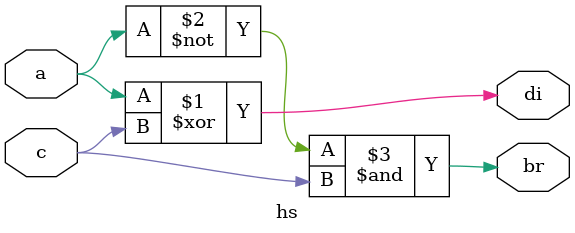
<source format=v>
module hs(
  input a,c,
  output di,br
);
  assign di=a^c;
  assign br=((~a)&c);
endmodule
  

</source>
